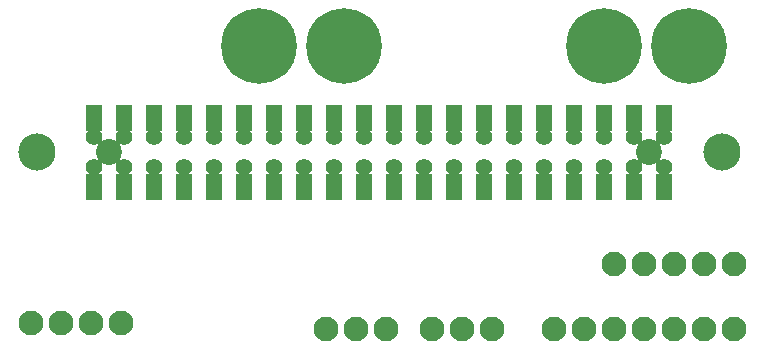
<source format=gbr>
G04 #@! TF.FileFunction,Soldermask,Bot*
%FSLAX46Y46*%
G04 Gerber Fmt 4.6, Leading zero omitted, Abs format (unit mm)*
G04 Created by KiCad (PCBNEW 4.0.7-e2-6376~58~ubuntu16.04.1) date Tue Jul 10 13:30:19 2018*
%MOMM*%
%LPD*%
G01*
G04 APERTURE LIST*
%ADD10C,0.050000*%
%ADD11C,1.420000*%
%ADD12R,1.420000X2.180000*%
%ADD13C,2.200000*%
%ADD14C,3.150000*%
%ADD15C,6.400000*%
%ADD16C,2.100000*%
G04 APERTURE END LIST*
D10*
D11*
X125870000Y-98730000D03*
X125870000Y-101270000D03*
X128410000Y-98730000D03*
X128410000Y-101270000D03*
X130950000Y-98730000D03*
X130950000Y-101270000D03*
X133490000Y-98730000D03*
X133490000Y-101270000D03*
X136030000Y-98730000D03*
X136030000Y-101270000D03*
X138570000Y-98730000D03*
X138570000Y-101270000D03*
X141110000Y-98730000D03*
X141110000Y-101270000D03*
X143650000Y-98730000D03*
X143650000Y-101270000D03*
X146190000Y-98730000D03*
X146190000Y-101270000D03*
X148730000Y-98730000D03*
X148730000Y-101270000D03*
X151270000Y-98730000D03*
X151270000Y-101270000D03*
X153810000Y-98730000D03*
X153810000Y-101270000D03*
X156350000Y-98730000D03*
X156350000Y-101270000D03*
X158890000Y-98730000D03*
X158890000Y-101270000D03*
X161430000Y-98730000D03*
X161430000Y-101270000D03*
X163970000Y-98730000D03*
X163970000Y-101270000D03*
X166510000Y-98730000D03*
X166510000Y-101270000D03*
X169050000Y-98730000D03*
X169050000Y-101270000D03*
X171590000Y-98730000D03*
X171590000Y-101270000D03*
X174130000Y-98730000D03*
X174130000Y-101270000D03*
D12*
X125872656Y-102920000D03*
X125872844Y-97080000D03*
X128412656Y-102920000D03*
X128412844Y-97080000D03*
X133492656Y-102920000D03*
X133492844Y-97080000D03*
X130952656Y-102920000D03*
X130952844Y-97080000D03*
X136032656Y-102920000D03*
X138572656Y-102920000D03*
X141112656Y-102920000D03*
X143652656Y-102920000D03*
X143652844Y-97080000D03*
X141112844Y-97080000D03*
X138572844Y-97080000D03*
X136032844Y-97080000D03*
X156352656Y-102920000D03*
X158892656Y-102920000D03*
X161432656Y-102920000D03*
X163972656Y-102920000D03*
X163972844Y-97080000D03*
X161432844Y-97080000D03*
X158892844Y-97080000D03*
X156352844Y-97080000D03*
X153812656Y-102920000D03*
X151272656Y-102920000D03*
X148732656Y-102920000D03*
X146192656Y-102920000D03*
X146192844Y-97080000D03*
X148732844Y-97080000D03*
X151272844Y-97080000D03*
X153812844Y-97080000D03*
X171592656Y-102920000D03*
X169052656Y-102920000D03*
X166512656Y-102920000D03*
X174132656Y-102920000D03*
X171592844Y-97080000D03*
X166512844Y-97080000D03*
X174132844Y-97080000D03*
X169052844Y-97080000D03*
D13*
X172860000Y-100000000D03*
X127140000Y-100000000D03*
D14*
X121000000Y-100000000D03*
X179000000Y-100000000D03*
D15*
X139800000Y-91000000D03*
X147000000Y-91000000D03*
D16*
X120520000Y-114500000D03*
X123060000Y-114500000D03*
X125600000Y-114500000D03*
X128140000Y-114500000D03*
X180000000Y-109500000D03*
X177460000Y-109500000D03*
X174920000Y-109500000D03*
X172380000Y-109500000D03*
X169840000Y-109500000D03*
X164780000Y-115000000D03*
X167320000Y-115000000D03*
X169860000Y-115000000D03*
X172400000Y-115000000D03*
X174940000Y-115000000D03*
X177480000Y-115000000D03*
X180020000Y-115000000D03*
X154460000Y-115000000D03*
X157000000Y-115000000D03*
X159540000Y-115000000D03*
X145460000Y-115000000D03*
X148000000Y-115000000D03*
X150540000Y-115000000D03*
D15*
X176200000Y-91000000D03*
X169000000Y-91000000D03*
M02*

</source>
